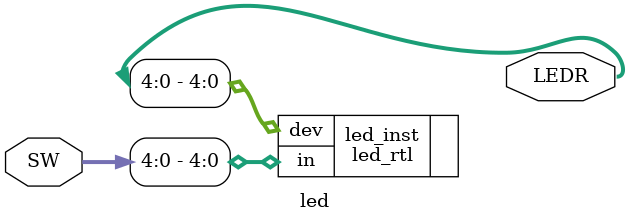
<source format=v>
module led (
input [17:0] SW, output [17:0] LEDR );
led_rtl #(5) led_inst( .in(SW[4:0]), .dev(LEDR[4:0])
);
endmodule
</source>
